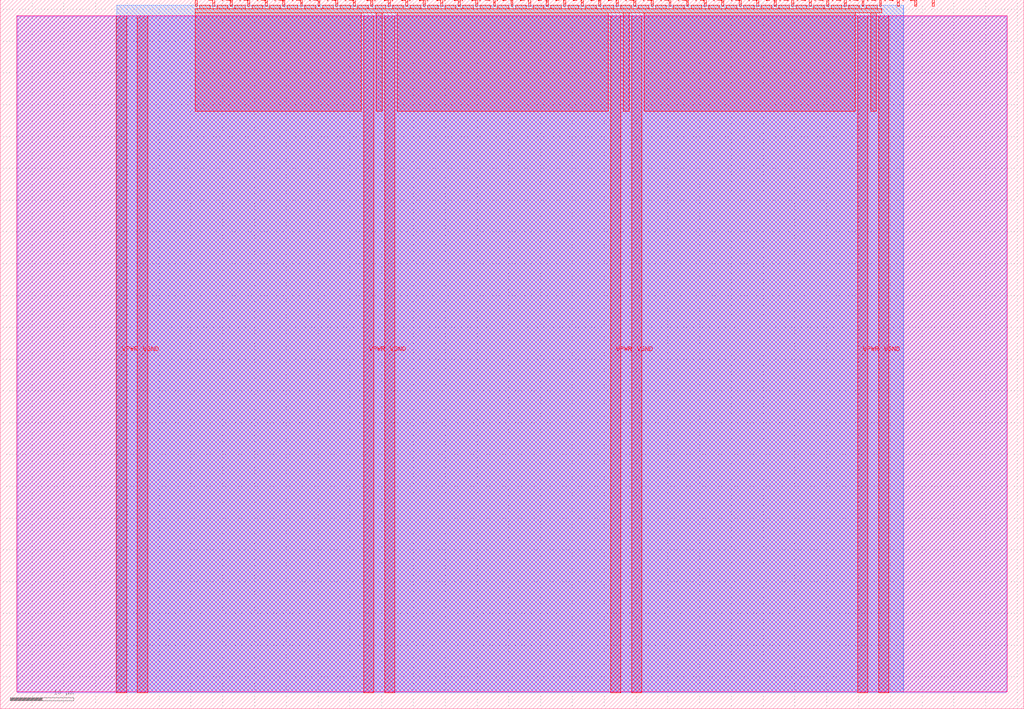
<source format=lef>
VERSION 5.7 ;
  NOWIREEXTENSIONATPIN ON ;
  DIVIDERCHAR "/" ;
  BUSBITCHARS "[]" ;
MACRO tt_um_wokwi_414120459831246849
  CLASS BLOCK ;
  FOREIGN tt_um_wokwi_414120459831246849 ;
  ORIGIN 0.000 0.000 ;
  SIZE 161.000 BY 111.520 ;
  PIN VGND
    DIRECTION INOUT ;
    USE GROUND ;
    PORT
      LAYER met4 ;
        RECT 21.580 2.480 23.180 109.040 ;
    END
    PORT
      LAYER met4 ;
        RECT 60.450 2.480 62.050 109.040 ;
    END
    PORT
      LAYER met4 ;
        RECT 99.320 2.480 100.920 109.040 ;
    END
    PORT
      LAYER met4 ;
        RECT 138.190 2.480 139.790 109.040 ;
    END
  END VGND
  PIN VPWR
    DIRECTION INOUT ;
    USE POWER ;
    PORT
      LAYER met4 ;
        RECT 18.280 2.480 19.880 109.040 ;
    END
    PORT
      LAYER met4 ;
        RECT 57.150 2.480 58.750 109.040 ;
    END
    PORT
      LAYER met4 ;
        RECT 96.020 2.480 97.620 109.040 ;
    END
    PORT
      LAYER met4 ;
        RECT 134.890 2.480 136.490 109.040 ;
    END
  END VPWR
  PIN clk
    DIRECTION INPUT ;
    USE SIGNAL ;
    PORT
      LAYER met4 ;
        RECT 143.830 110.520 144.130 111.520 ;
    END
  END clk
  PIN ena
    DIRECTION INPUT ;
    USE SIGNAL ;
    PORT
      LAYER met4 ;
        RECT 146.590 110.520 146.890 111.520 ;
    END
  END ena
  PIN rst_n
    DIRECTION INPUT ;
    USE SIGNAL ;
    PORT
      LAYER met4 ;
        RECT 141.070 110.520 141.370 111.520 ;
    END
  END rst_n
  PIN ui_in[0]
    DIRECTION INPUT ;
    USE SIGNAL ;
    ANTENNAGATEAREA 0.196500 ;
    PORT
      LAYER met4 ;
        RECT 138.310 110.520 138.610 111.520 ;
    END
  END ui_in[0]
  PIN ui_in[1]
    DIRECTION INPUT ;
    USE SIGNAL ;
    ANTENNAGATEAREA 0.196500 ;
    PORT
      LAYER met4 ;
        RECT 135.550 110.520 135.850 111.520 ;
    END
  END ui_in[1]
  PIN ui_in[2]
    DIRECTION INPUT ;
    USE SIGNAL ;
    ANTENNAGATEAREA 0.196500 ;
    PORT
      LAYER met4 ;
        RECT 132.790 110.520 133.090 111.520 ;
    END
  END ui_in[2]
  PIN ui_in[3]
    DIRECTION INPUT ;
    USE SIGNAL ;
    ANTENNAGATEAREA 0.159000 ;
    PORT
      LAYER met4 ;
        RECT 130.030 110.520 130.330 111.520 ;
    END
  END ui_in[3]
  PIN ui_in[4]
    DIRECTION INPUT ;
    USE SIGNAL ;
    ANTENNAGATEAREA 0.159000 ;
    PORT
      LAYER met4 ;
        RECT 127.270 110.520 127.570 111.520 ;
    END
  END ui_in[4]
  PIN ui_in[5]
    DIRECTION INPUT ;
    USE SIGNAL ;
    ANTENNAGATEAREA 0.159000 ;
    PORT
      LAYER met4 ;
        RECT 124.510 110.520 124.810 111.520 ;
    END
  END ui_in[5]
  PIN ui_in[6]
    DIRECTION INPUT ;
    USE SIGNAL ;
    ANTENNAGATEAREA 0.159000 ;
    PORT
      LAYER met4 ;
        RECT 121.750 110.520 122.050 111.520 ;
    END
  END ui_in[6]
  PIN ui_in[7]
    DIRECTION INPUT ;
    USE SIGNAL ;
    ANTENNAGATEAREA 0.159000 ;
    PORT
      LAYER met4 ;
        RECT 118.990 110.520 119.290 111.520 ;
    END
  END ui_in[7]
  PIN uio_in[0]
    DIRECTION INPUT ;
    USE SIGNAL ;
    PORT
      LAYER met4 ;
        RECT 116.230 110.520 116.530 111.520 ;
    END
  END uio_in[0]
  PIN uio_in[1]
    DIRECTION INPUT ;
    USE SIGNAL ;
    PORT
      LAYER met4 ;
        RECT 113.470 110.520 113.770 111.520 ;
    END
  END uio_in[1]
  PIN uio_in[2]
    DIRECTION INPUT ;
    USE SIGNAL ;
    PORT
      LAYER met4 ;
        RECT 110.710 110.520 111.010 111.520 ;
    END
  END uio_in[2]
  PIN uio_in[3]
    DIRECTION INPUT ;
    USE SIGNAL ;
    PORT
      LAYER met4 ;
        RECT 107.950 110.520 108.250 111.520 ;
    END
  END uio_in[3]
  PIN uio_in[4]
    DIRECTION INPUT ;
    USE SIGNAL ;
    PORT
      LAYER met4 ;
        RECT 105.190 110.520 105.490 111.520 ;
    END
  END uio_in[4]
  PIN uio_in[5]
    DIRECTION INPUT ;
    USE SIGNAL ;
    PORT
      LAYER met4 ;
        RECT 102.430 110.520 102.730 111.520 ;
    END
  END uio_in[5]
  PIN uio_in[6]
    DIRECTION INPUT ;
    USE SIGNAL ;
    PORT
      LAYER met4 ;
        RECT 99.670 110.520 99.970 111.520 ;
    END
  END uio_in[6]
  PIN uio_in[7]
    DIRECTION INPUT ;
    USE SIGNAL ;
    PORT
      LAYER met4 ;
        RECT 96.910 110.520 97.210 111.520 ;
    END
  END uio_in[7]
  PIN uio_oe[0]
    DIRECTION OUTPUT ;
    USE SIGNAL ;
    PORT
      LAYER met4 ;
        RECT 49.990 110.520 50.290 111.520 ;
    END
  END uio_oe[0]
  PIN uio_oe[1]
    DIRECTION OUTPUT ;
    USE SIGNAL ;
    PORT
      LAYER met4 ;
        RECT 47.230 110.520 47.530 111.520 ;
    END
  END uio_oe[1]
  PIN uio_oe[2]
    DIRECTION OUTPUT ;
    USE SIGNAL ;
    PORT
      LAYER met4 ;
        RECT 44.470 110.520 44.770 111.520 ;
    END
  END uio_oe[2]
  PIN uio_oe[3]
    DIRECTION OUTPUT ;
    USE SIGNAL ;
    PORT
      LAYER met4 ;
        RECT 41.710 110.520 42.010 111.520 ;
    END
  END uio_oe[3]
  PIN uio_oe[4]
    DIRECTION OUTPUT ;
    USE SIGNAL ;
    PORT
      LAYER met4 ;
        RECT 38.950 110.520 39.250 111.520 ;
    END
  END uio_oe[4]
  PIN uio_oe[5]
    DIRECTION OUTPUT ;
    USE SIGNAL ;
    PORT
      LAYER met4 ;
        RECT 36.190 110.520 36.490 111.520 ;
    END
  END uio_oe[5]
  PIN uio_oe[6]
    DIRECTION OUTPUT ;
    USE SIGNAL ;
    PORT
      LAYER met4 ;
        RECT 33.430 110.520 33.730 111.520 ;
    END
  END uio_oe[6]
  PIN uio_oe[7]
    DIRECTION OUTPUT ;
    USE SIGNAL ;
    PORT
      LAYER met4 ;
        RECT 30.670 110.520 30.970 111.520 ;
    END
  END uio_oe[7]
  PIN uio_out[0]
    DIRECTION OUTPUT ;
    USE SIGNAL ;
    PORT
      LAYER met4 ;
        RECT 72.070 110.520 72.370 111.520 ;
    END
  END uio_out[0]
  PIN uio_out[1]
    DIRECTION OUTPUT ;
    USE SIGNAL ;
    PORT
      LAYER met4 ;
        RECT 69.310 110.520 69.610 111.520 ;
    END
  END uio_out[1]
  PIN uio_out[2]
    DIRECTION OUTPUT ;
    USE SIGNAL ;
    PORT
      LAYER met4 ;
        RECT 66.550 110.520 66.850 111.520 ;
    END
  END uio_out[2]
  PIN uio_out[3]
    DIRECTION OUTPUT ;
    USE SIGNAL ;
    PORT
      LAYER met4 ;
        RECT 63.790 110.520 64.090 111.520 ;
    END
  END uio_out[3]
  PIN uio_out[4]
    DIRECTION OUTPUT ;
    USE SIGNAL ;
    PORT
      LAYER met4 ;
        RECT 61.030 110.520 61.330 111.520 ;
    END
  END uio_out[4]
  PIN uio_out[5]
    DIRECTION OUTPUT ;
    USE SIGNAL ;
    PORT
      LAYER met4 ;
        RECT 58.270 110.520 58.570 111.520 ;
    END
  END uio_out[5]
  PIN uio_out[6]
    DIRECTION OUTPUT ;
    USE SIGNAL ;
    PORT
      LAYER met4 ;
        RECT 55.510 110.520 55.810 111.520 ;
    END
  END uio_out[6]
  PIN uio_out[7]
    DIRECTION OUTPUT ;
    USE SIGNAL ;
    PORT
      LAYER met4 ;
        RECT 52.750 110.520 53.050 111.520 ;
    END
  END uio_out[7]
  PIN uo_out[0]
    DIRECTION OUTPUT ;
    USE SIGNAL ;
    ANTENNADIFFAREA 0.795200 ;
    PORT
      LAYER met4 ;
        RECT 94.150 110.520 94.450 111.520 ;
    END
  END uo_out[0]
  PIN uo_out[1]
    DIRECTION OUTPUT ;
    USE SIGNAL ;
    ANTENNADIFFAREA 0.795200 ;
    PORT
      LAYER met4 ;
        RECT 91.390 110.520 91.690 111.520 ;
    END
  END uo_out[1]
  PIN uo_out[2]
    DIRECTION OUTPUT ;
    USE SIGNAL ;
    PORT
      LAYER met4 ;
        RECT 88.630 110.520 88.930 111.520 ;
    END
  END uo_out[2]
  PIN uo_out[3]
    DIRECTION OUTPUT ;
    USE SIGNAL ;
    ANTENNADIFFAREA 0.445500 ;
    PORT
      LAYER met4 ;
        RECT 85.870 110.520 86.170 111.520 ;
    END
  END uo_out[3]
  PIN uo_out[4]
    DIRECTION OUTPUT ;
    USE SIGNAL ;
    ANTENNADIFFAREA 0.445500 ;
    PORT
      LAYER met4 ;
        RECT 83.110 110.520 83.410 111.520 ;
    END
  END uo_out[4]
  PIN uo_out[5]
    DIRECTION OUTPUT ;
    USE SIGNAL ;
    ANTENNADIFFAREA 0.445500 ;
    PORT
      LAYER met4 ;
        RECT 80.350 110.520 80.650 111.520 ;
    END
  END uo_out[5]
  PIN uo_out[6]
    DIRECTION OUTPUT ;
    USE SIGNAL ;
    ANTENNADIFFAREA 0.445500 ;
    PORT
      LAYER met4 ;
        RECT 77.590 110.520 77.890 111.520 ;
    END
  END uo_out[6]
  PIN uo_out[7]
    DIRECTION OUTPUT ;
    USE SIGNAL ;
    ANTENNADIFFAREA 0.445500 ;
    PORT
      LAYER met4 ;
        RECT 74.830 110.520 75.130 111.520 ;
    END
  END uo_out[7]
  OBS
      LAYER nwell ;
        RECT 2.570 2.635 158.430 108.990 ;
      LAYER li1 ;
        RECT 2.760 2.635 158.240 108.885 ;
      LAYER met1 ;
        RECT 2.760 2.480 158.240 109.040 ;
      LAYER met2 ;
        RECT 18.310 2.535 142.050 110.685 ;
      LAYER met3 ;
        RECT 18.290 2.555 142.075 110.665 ;
      LAYER met4 ;
        RECT 31.370 110.120 33.030 110.665 ;
        RECT 34.130 110.120 35.790 110.665 ;
        RECT 36.890 110.120 38.550 110.665 ;
        RECT 39.650 110.120 41.310 110.665 ;
        RECT 42.410 110.120 44.070 110.665 ;
        RECT 45.170 110.120 46.830 110.665 ;
        RECT 47.930 110.120 49.590 110.665 ;
        RECT 50.690 110.120 52.350 110.665 ;
        RECT 53.450 110.120 55.110 110.665 ;
        RECT 56.210 110.120 57.870 110.665 ;
        RECT 58.970 110.120 60.630 110.665 ;
        RECT 61.730 110.120 63.390 110.665 ;
        RECT 64.490 110.120 66.150 110.665 ;
        RECT 67.250 110.120 68.910 110.665 ;
        RECT 70.010 110.120 71.670 110.665 ;
        RECT 72.770 110.120 74.430 110.665 ;
        RECT 75.530 110.120 77.190 110.665 ;
        RECT 78.290 110.120 79.950 110.665 ;
        RECT 81.050 110.120 82.710 110.665 ;
        RECT 83.810 110.120 85.470 110.665 ;
        RECT 86.570 110.120 88.230 110.665 ;
        RECT 89.330 110.120 90.990 110.665 ;
        RECT 92.090 110.120 93.750 110.665 ;
        RECT 94.850 110.120 96.510 110.665 ;
        RECT 97.610 110.120 99.270 110.665 ;
        RECT 100.370 110.120 102.030 110.665 ;
        RECT 103.130 110.120 104.790 110.665 ;
        RECT 105.890 110.120 107.550 110.665 ;
        RECT 108.650 110.120 110.310 110.665 ;
        RECT 111.410 110.120 113.070 110.665 ;
        RECT 114.170 110.120 115.830 110.665 ;
        RECT 116.930 110.120 118.590 110.665 ;
        RECT 119.690 110.120 121.350 110.665 ;
        RECT 122.450 110.120 124.110 110.665 ;
        RECT 125.210 110.120 126.870 110.665 ;
        RECT 127.970 110.120 129.630 110.665 ;
        RECT 130.730 110.120 132.390 110.665 ;
        RECT 133.490 110.120 135.150 110.665 ;
        RECT 136.250 110.120 137.910 110.665 ;
        RECT 30.655 109.440 138.625 110.120 ;
        RECT 30.655 94.015 56.750 109.440 ;
        RECT 59.150 94.015 60.050 109.440 ;
        RECT 62.450 94.015 95.620 109.440 ;
        RECT 98.020 94.015 98.920 109.440 ;
        RECT 101.320 94.015 134.490 109.440 ;
        RECT 136.890 94.015 137.790 109.440 ;
  END
END tt_um_wokwi_414120459831246849
END LIBRARY


</source>
